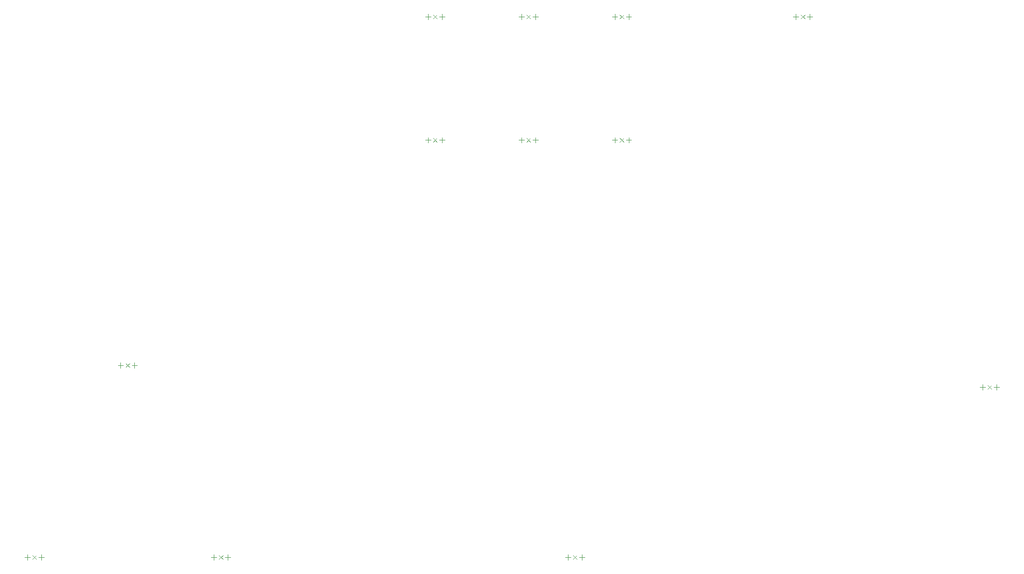
<source format=gbr>
%FSTAX23Y23*%
%MOIN*%
%SFA1B1*%

%IPPOS*%
%ADD50C,0.003937*%
%LNkeyboardmain_mechanical_8-1*%
%LPD*%
G54D50*
X01012Y05944D02*
X01032D01*
X01012Y05925D02*
Y05944D01*
Y05964*
X00993Y05944D02*
X01012D01*
X01112D02*
X01132D01*
X01112Y05925D02*
Y05944D01*
Y05964*
X01093Y05944D02*
X01112D01*
X01062D02*
X01076Y05958D01*
X01062Y05944D02*
X01076Y0593D01*
X01049Y05958D02*
X01062Y05944D01*
X01049Y0593D02*
X01062Y05944D01*
X04221Y04566D02*
X04241D01*
X04221Y04547D02*
Y04566D01*
Y04586*
X04201Y04566D02*
X04221D01*
X04321D02*
X04341D01*
X04321Y04547D02*
Y04566D01*
Y04586*
X04301Y04566D02*
X04321D01*
X04271D02*
X04285Y0458D01*
X04271Y04566D02*
X04285Y04553D01*
X04257Y0458D02*
X04271Y04566D01*
X04257Y04553D02*
X04271Y04566D01*
X01682D02*
X01701D01*
X01682Y04547D02*
Y04566D01*
Y04586*
X01662Y04566D02*
X01682D01*
X01782D02*
X01801D01*
X01782Y04547D02*
Y04566D01*
Y04586*
X01762Y04566D02*
X01782D01*
X01732D02*
X01746Y0458D01*
X01732Y04566D02*
X01746Y04553D01*
X01718Y0458D02*
X01732Y04566D01*
X01718Y04553D02*
X01732Y04566D01*
X00343D02*
X00363D01*
X00343Y04547D02*
Y04566D01*
Y04586*
X00324Y04566D02*
X00343D01*
X00443D02*
X00463D01*
X00443Y04547D02*
Y04566D01*
Y04586*
X00424Y04566D02*
X00443D01*
X00393D02*
X00407Y0458D01*
X00393Y04566D02*
X00407Y04553D01*
X00379Y0458D02*
X00393Y04566D01*
X00379Y04553D02*
X00393Y04566D01*
X07194Y05787D02*
X07213D01*
X07194Y05767D02*
Y05787D01*
Y05807*
X07174Y05787D02*
X07194D01*
X07294D02*
X07313D01*
X07294Y05767D02*
Y05787D01*
Y05807*
X07274Y05787D02*
X07294D01*
X07244D02*
X07258Y05801D01*
X07244Y05787D02*
X07258Y05773D01*
X0723Y05801D02*
X07244Y05787D01*
X0723Y05773D02*
X07244Y05787D01*
X04556Y07559D02*
X04575D01*
X04556Y07539D02*
Y07559D01*
Y07578*
X04536Y07559D02*
X04556D01*
X04656D02*
X04675D01*
X04656Y07539D02*
Y07559D01*
Y07578*
X04636Y07559D02*
X04656D01*
X04606D02*
X0462Y07572D01*
X04606Y07559D02*
X0462Y07545D01*
X04592Y07572D02*
X04606Y07559D01*
X04592Y07545D02*
X04606Y07559D01*
X03887D02*
X03906D01*
X03887Y07539D02*
Y07559D01*
Y07578*
X03867Y07559D02*
X03887D01*
X03987D02*
X04006D01*
X03987Y07539D02*
Y07559D01*
Y07578*
X03967Y07559D02*
X03987D01*
X03937D02*
X0395Y07572D01*
X03937Y07559D02*
X0395Y07545D01*
X03923Y07572D02*
X03937Y07559D01*
X03923Y07545D02*
X03937Y07559D01*
X03217D02*
X03237D01*
X03217Y07539D02*
Y07559D01*
Y07578*
X03198Y07559D02*
X03217D01*
X03317D02*
X03337D01*
X03317Y07539D02*
Y07559D01*
Y07578*
X03298Y07559D02*
X03317D01*
X03267D02*
X03281Y07572D01*
X03267Y07559D02*
X03281Y07545D01*
X03253Y07572D02*
X03267Y07559D01*
X03253Y07545D02*
X03267Y07559D01*
X05855Y08444D02*
X05875D01*
X05855Y08425D02*
Y08444D01*
Y08464*
X05835Y08444D02*
X05855D01*
X05955D02*
X05975D01*
X05955Y08425D02*
Y08444D01*
Y08464*
X05935Y08444D02*
X05955D01*
X05905D02*
X05919Y08458D01*
X05905Y08444D02*
X05919Y0843D01*
X05891Y08458D02*
X05905Y08444D01*
X05891Y0843D02*
X05905Y08444D01*
X04556D02*
X04575D01*
X04556Y08425D02*
Y08444D01*
Y08464*
X04536Y08444D02*
X04556D01*
X04656D02*
X04675D01*
X04656Y08425D02*
Y08444D01*
Y08464*
X04636Y08444D02*
X04656D01*
X04606D02*
X0462Y08458D01*
X04606Y08444D02*
X0462Y0843D01*
X04592Y08458D02*
X04606Y08444D01*
X04592Y0843D02*
X04606Y08444D01*
X03887D02*
X03906D01*
X03887Y08425D02*
Y08444D01*
Y08464*
X03867Y08444D02*
X03887D01*
X03987D02*
X04006D01*
X03987Y08425D02*
Y08444D01*
Y08464*
X03967Y08444D02*
X03987D01*
X03937D02*
X0395Y08458D01*
X03937Y08444D02*
X0395Y0843D01*
X03923Y08458D02*
X03937Y08444D01*
X03923Y0843D02*
X03937Y08444D01*
X03217D02*
X03237D01*
X03217Y08425D02*
Y08444D01*
Y08464*
X03198Y08444D02*
X03217D01*
X03317D02*
X03337D01*
X03317Y08425D02*
Y08444D01*
Y08464*
X03298Y08444D02*
X03317D01*
X03267D02*
X03281Y08458D01*
X03267Y08444D02*
X03281Y0843D01*
X03253Y08458D02*
X03267Y08444D01*
X03253Y0843D02*
X03267Y08444D01*
M02*
</source>
